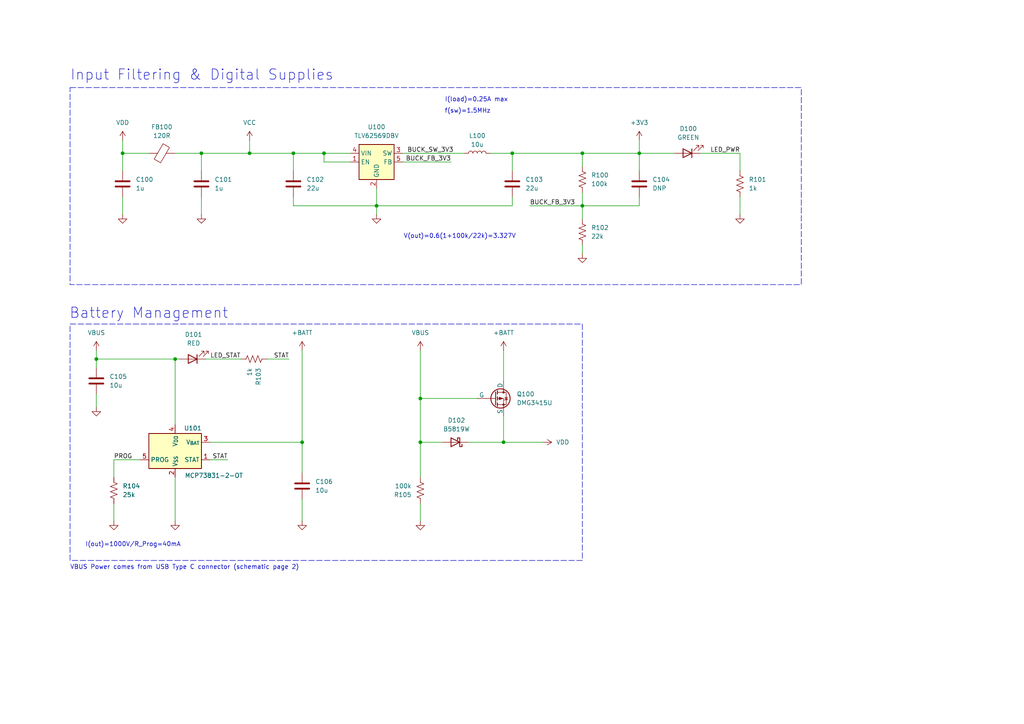
<source format=kicad_sch>
(kicad_sch (version 20231120) (generator "eeschema") (generator_version "8.0")
  (paper "A4")
  (title_block (title "Power") (date "2025-02-02") (rev "C") (company "GlideSense Pro") (comment 1 "Josue Cavazos Jr.") (comment 2 "Andrew Thomas"))
  (lib_symbols
    (symbol "Battery_Management:MCP73831-2-OT"
      (property "Reference" "U" (at -7.62 6.35 0))
      (property "Value" "MCP73831-2-OT" (at 1.27 6.35 0))
      (symbol "MCP73831-2-OT_0_1"
        (rectangle (start -7.62 5.08) (end 7.62 -5.08) (stroke (width 0.254)) (fill (type background)))
      )
      (symbol "MCP73831-2-OT_1_1"
        (pin tri_state line (at 10.16 -2.54 180) (length 2.54) (name "STAT") (number "1"))
        (pin power_in line (at 0 -7.62 90) (length 2.54) (name "V_{SS}") (number "2"))
        (pin power_out line (at 10.16 2.54 180) (length 2.54) (name "V_{BAT}") (number "3"))
        (pin power_in line (at 0 7.62 270) (length 2.54) (name "V_{DD}") (number "4"))
        (pin input line (at -10.16 -2.54 0) (length 2.54) (name "PROG") (number "5"))
      )
    )
    (symbol "Device:C" (pin_numbers hide) (pin_names (offset 0.254))
      (property "Reference" "C" (at 0.635 2.54 0))
      (property "Value" "C" (at 0.635 -2.54 0))
      (symbol "C_0_1"
        (polyline (pts (xy -2.032 -0.762) (xy 2.032 -0.762)) (stroke (width 0.508)))
        (polyline (pts (xy -2.032 0.762) (xy 2.032 0.762)) (stroke (width 0.508)))
      )
      (symbol "C_1_1"
        (pin passive line (at 0 3.81 270) (length 2.794) (name "~") (number "1"))
        (pin passive line (at 0 -3.81 90) (length 2.794) (name "~") (number "2"))
      )
    )
    (symbol "Device:D_Schottky" (pin_numbers hide) (pin_names (offset 1.016) hide)
      (property "Reference" "D" (at 0 2.54 0))
      (property "Value" "D_Schottky" (at 0 -2.54 0))
      (symbol "D_Schottky_0_1"
        (polyline (pts (xy 1.27 0) (xy -1.27 0)))
        (polyline (pts (xy 1.27 1.27) (xy 1.27 -1.27) (xy -1.27 0) (xy 1.27 1.27)) (stroke (width 0.254)))
        (polyline (pts (xy -1.905 0.635) (xy -1.905 1.27) (xy -1.27 1.27) (xy -1.27 -1.27) (xy -0.635 -1.27) (xy -0.635 -0.635)) (stroke (width 0.254)))
      )
      (symbol "D_Schottky_1_1"
        (pin passive line (at -3.81 0 0) (length 2.54) (name "K") (number "1"))
        (pin passive line (at 3.81 0 180) (length 2.54) (name "A") (number "2"))
      )
    )
    (symbol "Device:FerriteBead" (pin_numbers hide) (pin_names (offset 0))
      (property "Reference" "FB" (at -3.81 0.635 90))
      (property "Value" "FerriteBead" (at 3.81 0 90))
      (symbol "FerriteBead_0_1"
        (polyline (pts (xy 0 -1.27) (xy 0 -1.2192)))
        (polyline (pts (xy 0 1.27) (xy 0 1.2954)))
        (polyline (pts (xy -2.7686 0.4064) (xy -1.7018 2.2606) (xy 2.7686 -0.3048) (xy 1.6764 -2.159) (xy -2.7686 0.4064)))
      )
      (symbol "FerriteBead_1_1"
        (pin passive line (at 0 3.81 270) (length 2.54) (name "~") (number "1"))
        (pin passive line (at 0 -3.81 90) (length 2.54) (name "~") (number "2"))
      )
    )
    (symbol "Device:L" (pin_numbers hide) (pin_names (offset 1.016) hide)
      (property "Reference" "L" (at -1.27 0 90))
      (property "Value" "L" (at 1.905 0 90))
      (symbol "L_0_1"
        (arc (start 0 -2.54) (mid 0.6323 -1.905) (end 0 -1.27))
        (arc (start 0 -1.27) (mid 0.6323 -0.635) (end 0 0))
        (arc (start 0 0) (mid 0.6323 0.635) (end 0 1.27))
        (arc (start 0 1.27) (mid 0.6323 1.905) (end 0 2.54))
      )
      (symbol "L_1_1"
        (pin passive line (at 0 3.81 270) (length 1.27) (name "1") (number "1"))
        (pin passive line (at 0 -3.81 90) (length 1.27) (name "2") (number "2"))
      )
    )
    (symbol "Device:LED" (pin_numbers hide) (pin_names (offset 1.016) hide)
      (property "Reference" "D" (at 0 2.54 0))
      (property "Value" "LED" (at 0 -2.54 0))
      (symbol "LED_0_1"
        (polyline (pts (xy -1.27 -1.27) (xy -1.27 1.27)) (stroke (width 0.254)))
        (polyline (pts (xy -1.27 0) (xy 1.27 0)))
        (polyline (pts (xy 1.27 -1.27) (xy 1.27 1.27) (xy -1.27 0) (xy 1.27 -1.27)) (stroke (width 0.254)))
        (polyline (pts (xy -3.048 -0.762) (xy -4.572 -2.286) (xy -3.81 -2.286) (xy -4.572 -2.286) (xy -4.572 -1.524)))
        (polyline (pts (xy -1.778 -0.762) (xy -3.302 -2.286) (xy -2.54 -2.286) (xy -3.302 -2.286) (xy -3.302 -1.524)))
      )
      (symbol "LED_1_1"
        (pin passive line (at -3.81 0 0) (length 2.54) (name "K") (number "1"))
        (pin passive line (at 3.81 0 180) (length 2.54) (name "A") (number "2"))
      )
    )
    (symbol "Device:R_US" (pin_numbers hide) (pin_names (offset 0))
      (property "Reference" "R" (at 2.54 0 90))
      (property "Value" "R_US" (at -2.54 0 90))
      (symbol "R_US_0_1"
        (polyline (pts (xy 0 -2.286) (xy 0 -2.54)))
        (polyline (pts (xy 0 2.286) (xy 0 2.54)))
        (polyline (pts (xy 0 -0.762) (xy 1.016 -1.143) (xy 0 -1.524) (xy -1.016 -1.905) (xy 0 -2.286)))
        (polyline (pts (xy 0 0.762) (xy 1.016 0.381) (xy 0 0) (xy -1.016 -0.381) (xy 0 -0.762)))
        (polyline (pts (xy 0 2.286) (xy 1.016 1.905) (xy 0 1.524) (xy -1.016 1.143) (xy 0 0.762)))
      )
      (symbol "R_US_1_1"
        (pin passive line (at 0 3.81 270) (length 1.27) (name "~") (number "1"))
        (pin passive line (at 0 -3.81 90) (length 1.27) (name "~") (number "2"))
      )
    )
    (symbol "Regulator_Switching:TLV62569DBV"
      (property "Reference" "U" (at -5.08 6.35 0))
      (property "Value" "TLV62569DBV" (at 0 6.35 0))
      (symbol "TLV62569DBV_0_1"
        (rectangle (start -5.08 5.08) (end 5.08 -5.08) (stroke (width 0.254)) (fill (type background)))
      )
      (symbol "TLV62569DBV_1_1"
        (pin input line (at -7.62 0 0) (length 2.54) (name "EN") (number "1"))
        (pin power_in line (at 0 -7.62 90) (length 2.54) (name "GND") (number "2"))
        (pin power_out line (at 7.62 2.54 180) (length 2.54) (name "SW") (number "3"))
        (pin power_in line (at -7.62 2.54 0) (length 2.54) (name "VIN") (number "4"))
        (pin input line (at 7.62 0 180) (length 2.54) (name "FB") (number "5"))
      )
    )
    (symbol "Simulation_SPICE:PMOS" (pin_numbers hide) (pin_names (offset 0))
      (property "Reference" "Q" (at 5.08 1.27 0))
      (property "Value" "PMOS" (at 5.08 -1.27 0))
      (symbol "PMOS_0_1"
        (polyline (pts (xy 0.254 0) (xy -2.54 0)))
        (polyline (pts (xy 0.254 1.905) (xy 0.254 -1.905)) (stroke (width 0.254)))
        (polyline (pts (xy 0.762 -1.27) (xy 0.762 -2.286)) (stroke (width 0.254)))
        (polyline (pts (xy 0.762 0.508) (xy 0.762 -0.508)) (stroke (width 0.254)))
        (polyline (pts (xy 0.762 2.286) (xy 0.762 1.27)) (stroke (width 0.254)))
        (polyline (pts (xy 2.54 2.54) (xy 2.54 1.778)))
        (polyline (pts (xy 2.54 -2.54) (xy 2.54 0) (xy 0.762 0)))
        (polyline (pts (xy 0.762 1.778) (xy 3.302 1.778) (xy 3.302 -1.778) (xy 0.762 -1.778)))
        (polyline (pts (xy 2.286 0) (xy 1.27 0.381) (xy 1.27 -0.381) (xy 2.286 0)) (fill (type outline)))
        (polyline (pts (xy 2.794 -0.508) (xy 2.921 -0.381) (xy 3.683 -0.381) (xy 3.81 -0.254)))
        (polyline (pts (xy 3.302 -0.381) (xy 2.921 0.254) (xy 3.683 0.254) (xy 3.302 -0.381)))
        (circle (center 1.651 0) (radius 2.794) (stroke (width 0.254)))
        (circle (center 2.54 -1.778) (radius 0.254) (fill (type outline)))
        (circle (center 2.54 1.778) (radius 0.254) (fill (type outline)))
      )
      (symbol "PMOS_1_1"
        (pin passive line (at 2.54 5.08 270) (length 2.54) (name "D") (number "1"))
        (pin input line (at -5.08 0 0) (length 2.54) (name "G") (number "2"))
        (pin passive line (at 2.54 -5.08 90) (length 2.54) (name "S") (number "3"))
      )
    )
    (symbol "power:+3V3" (power) (pin_numbers hide) (pin_names (offset 0) hide)
      (property "Value" "+3V3" (at 0 3.556 0))
      (symbol "+3V3_0_1"
        (polyline (pts (xy -0.762 1.27) (xy 0 2.54)))
        (polyline (pts (xy 0 0) (xy 0 2.54)))
        (polyline (pts (xy 0 2.54) (xy 0.762 1.27)))
      )
      (symbol "+3V3_1_1"
        (pin power_in line (at 0 0 90) (length 0) (name "~") (number "1"))
      )
    )
    (symbol "power:+BATT" (power) (pin_numbers hide) (pin_names (offset 0) hide)
      (property "Value" "+BATT" (at 0 3.556 0))
      (symbol "+BATT_0_1"
        (polyline (pts (xy -0.762 1.27) (xy 0 2.54)))
        (polyline (pts (xy 0 0) (xy 0 2.54)))
        (polyline (pts (xy 0 2.54) (xy 0.762 1.27)))
      )
      (symbol "+BATT_1_1"
        (pin power_in line (at 0 0 90) (length 0) (name "~") (number "1"))
      )
    )
    (symbol "power:GND" (power) (pin_numbers hide) (pin_names (offset 0) hide)
      (property "Value" "GND" (at 0 -3.81 0))
      (symbol "GND_0_1"
        (polyline (pts (xy 0 0) (xy 0 -1.27) (xy 1.27 -1.27) (xy 0 -2.54) (xy -1.27 -1.27) (xy 0 -1.27)))
      )
      (symbol "GND_1_1"
        (pin power_in line (at 0 0 270) (length 0) (name "~") (number "1"))
      )
    )
    (symbol "power:VBUS" (power) (pin_numbers hide) (pin_names (offset 0) hide)
      (property "Value" "VBUS" (at 0 3.556 0))
      (symbol "VBUS_0_1"
        (polyline (pts (xy -0.762 1.27) (xy 0 2.54)))
        (polyline (pts (xy 0 0) (xy 0 2.54)))
        (polyline (pts (xy 0 2.54) (xy 0.762 1.27)))
      )
      (symbol "VBUS_1_1"
        (pin power_in line (at 0 0 90) (length 0) (name "~") (number "1"))
      )
    )
    (symbol "power:VCC" (power) (pin_numbers hide) (pin_names (offset 0) hide)
      (property "Value" "VCC" (at 0 3.556 0))
      (symbol "VCC_0_1"
        (polyline (pts (xy -0.762 1.27) (xy 0 2.54)))
        (polyline (pts (xy 0 0) (xy 0 2.54)))
        (polyline (pts (xy 0 2.54) (xy 0.762 1.27)))
      )
      (symbol "VCC_1_1"
        (pin power_in line (at 0 0 90) (length 0) (name "~") (number "1"))
      )
    )
    (symbol "power:VDD" (power) (pin_numbers hide) (pin_names (offset 0) hide)
      (property "Value" "VDD" (at 0 3.556 0))
      (symbol "VDD_0_1"
        (polyline (pts (xy -0.762 1.27) (xy 0 2.54)))
        (polyline (pts (xy 0 0) (xy 0 2.54)))
        (polyline (pts (xy 0 2.54) (xy 0.762 1.27)))
      )
      (symbol "VDD_1_1"
        (pin power_in line (at 0 0 90) (length 0) (name "~") (number "1"))
      )
    )
  )
  (junction (at 146.05 128.27))
  (junction (at 93.98 44.45))
  (junction (at 87.63 128.27))
  (junction (at 50.8 104.14))
  (junction (at 35.56 44.45))
  (junction (at 185.42 44.45))
  (junction (at 168.91 44.45))
  (junction (at 72.39 44.45))
  (junction (at 121.92 115.57))
  (junction (at 109.22 59.69))
  (junction (at 27.94 104.14))
  (junction (at 168.91 59.69))
  (junction (at 58.42 44.45))
  (junction (at 148.59 44.45))
  (junction (at 121.92 128.27))
  (junction (at 85.09 44.45))
  (wire (pts (xy 135.89 128.27) (xy 146.05 128.27)))
  (wire (pts (xy 148.59 49.53) (xy 148.59 44.45)))
  (wire (pts (xy 185.42 44.45) (xy 195.58 44.45)))
  (wire (pts (xy 85.09 57.15) (xy 85.09 59.69)))
  (wire (pts (xy 33.02 133.35) (xy 40.64 133.35)))
  (wire (pts (xy 168.91 59.69) (xy 168.91 63.5)))
  (wire (pts (xy 50.8 44.45) (xy 58.42 44.45)))
  (wire (pts (xy 185.42 44.45) (xy 168.91 44.45)))
  (wire (pts (xy 109.22 54.61) (xy 109.22 59.69)))
  (wire (pts (xy 60.96 128.27) (xy 87.63 128.27)))
  (wire (pts (xy 109.22 59.69) (xy 148.59 59.69)))
  (wire (pts (xy 50.8 104.14) (xy 50.8 123.19)))
  (wire (pts (xy 168.91 55.88) (xy 168.91 59.69)))
  (wire (pts (xy 85.09 49.53) (xy 85.09 44.45)))
  (wire (pts (xy 85.09 44.45) (xy 93.98 44.45)))
  (wire (pts (xy 185.42 49.53) (xy 185.42 44.45)))
  (wire (pts (xy 50.8 138.43) (xy 50.8 151.13)))
  (wire (pts (xy 77.47 104.14) (xy 83.82 104.14)))
  (wire (pts (xy 27.94 104.14) (xy 50.8 104.14)))
  (wire (pts (xy 142.24 44.45) (xy 148.59 44.45)))
  (wire (pts (xy 58.42 44.45) (xy 58.42 49.53)))
  (wire (pts (xy 109.22 59.69) (xy 109.22 62.23)))
  (wire (pts (xy 50.8 104.14) (xy 52.07 104.14)))
  (wire (pts (xy 185.42 57.15) (xy 185.42 59.69)))
  (wire (pts (xy 59.69 104.14) (xy 69.85 104.14)))
  (wire (pts (xy 214.63 57.15) (xy 214.63 62.23)))
  (wire (pts (xy 121.92 115.57) (xy 121.92 128.27)))
  (wire (pts (xy 35.56 57.15) (xy 35.56 62.23)))
  (wire (pts (xy 168.91 48.26) (xy 168.91 44.45)))
  (wire (pts (xy 185.42 40.64) (xy 185.42 44.45)))
  (wire (pts (xy 72.39 44.45) (xy 85.09 44.45)))
  (wire (pts (xy 146.05 128.27) (xy 157.48 128.27)))
  (wire (pts (xy 72.39 40.64) (xy 72.39 44.45)))
  (wire (pts (xy 153.67 59.69) (xy 168.91 59.69)))
  (wire (pts (xy 168.91 71.12) (xy 168.91 73.66)))
  (wire (pts (xy 87.63 101.6) (xy 87.63 128.27)))
  (wire (pts (xy 148.59 44.45) (xy 168.91 44.45)))
  (wire (pts (xy 60.96 133.35) (xy 66.04 133.35)))
  (wire (pts (xy 146.05 101.6) (xy 146.05 110.49)))
  (wire (pts (xy 203.2 44.45) (xy 214.63 44.45)))
  (wire (pts (xy 33.02 138.43) (xy 33.02 133.35)))
  (wire (pts (xy 85.09 59.69) (xy 109.22 59.69)))
  (wire (pts (xy 121.92 146.05) (xy 121.92 151.13)))
  (wire (pts (xy 93.98 44.45) (xy 101.6 44.45)))
  (wire (pts (xy 185.42 59.69) (xy 168.91 59.69)))
  (wire (pts (xy 27.94 114.3) (xy 27.94 118.11)))
  (wire (pts (xy 27.94 104.14) (xy 27.94 106.68)))
  (wire (pts (xy 148.59 57.15) (xy 148.59 59.69)))
  (wire (pts (xy 121.92 128.27) (xy 121.92 138.43)))
  (wire (pts (xy 146.05 120.65) (xy 146.05 128.27)))
  (wire (pts (xy 121.92 101.6) (xy 121.92 115.57)))
  (wire (pts (xy 121.92 115.57) (xy 138.43 115.57)))
  (wire (pts (xy 58.42 57.15) (xy 58.42 62.23)))
  (wire (pts (xy 87.63 128.27) (xy 87.63 137.16)))
  (wire (pts (xy 35.56 44.45) (xy 43.18 44.45)))
  (wire (pts (xy 87.63 144.78) (xy 87.63 151.13)))
  (wire (pts (xy 93.98 46.99) (xy 93.98 44.45)))
  (wire (pts (xy 27.94 101.6) (xy 27.94 104.14)))
  (wire (pts (xy 214.63 49.53) (xy 214.63 44.45)))
  (wire (pts (xy 58.42 44.45) (xy 72.39 44.45)))
  (wire (pts (xy 33.02 146.05) (xy 33.02 151.13)))
  (wire (pts (xy 121.92 128.27) (xy 128.27 128.27)))
  (wire (pts (xy 101.6 46.99) (xy 93.98 46.99)))
  (wire (pts (xy 116.84 44.45) (xy 134.62 44.45)))
  (wire (pts (xy 35.56 44.45) (xy 35.56 49.53)))
  (wire (pts (xy 35.56 40.64) (xy 35.56 44.45)))
  (wire (pts (xy 116.84 46.99) (xy 130.81 46.99)))
  (rectangle (start 20.32 25.4) (end 232.41 82.55) (stroke (width 0) (type dash)))
  (rectangle (start 20.32 93.98) (end 168.91 162.56) (stroke (width 0) (type dash)))
  (text "Battery Management" (at 20.066 90.932 0) (effects (font (size 3 3)) (justify left)))
  (text "VBUS Power comes from USB Type C connector (schematic page 2)" (at 20.32 164.592 0) (effects (font (size 1.27 1.27)) (justify left)))
  (text "V(out)=0.6(1+100k/22k)=3.327V" (at 133.35 68.58 0) (effects (font (size 1.27 1.27))))
  (text "Input Filtering & Digital Supplies" (at 20.32 21.844 0) (effects (font (size 3 3)) (justify left)))
  (text "I(load)=0.25A max" (at 138.176 28.956 0) (effects (font (size 1.27 1.27))))
  (text "I(out)=1000V/R_Prog=40mA" (at 38.608 157.988 0) (effects (font (size 1.27 1.27))))
  (text "f(sw)=1.5MHz" (at 135.636 32.258 0) (effects (font (size 1.27 1.27))))
  (label "LED_PWR" (at 214.63 44.45 180))
  (label "STAT" (at 83.82 104.14 180))
  (label "STAT" (at 66.04 133.35 180))
  (label "BUCK_SW_3V3" (at 118.11 44.45 0))
  (label "BUCK_FB_3V3" (at 130.81 46.99 180))
  (label "BUCK_FB_3V3" (at 153.67 59.69 0))
  (label "PROG" (at 33.02 133.35 0))
  (label "LED_STAT" (at 60.96 104.14 0))
  (symbol (lib_id "Device:C") (at 27.94 110.49 0) (unit 1)
    (property "Reference" "C105" (at 31.75 109.2199 0) (effects (justify left)))
    (property "Value" "10u" (at 31.75 111.7599 0) (effects (justify left)))
    (property "Footprint" "Capacitor_SMD:C_0603_1608Metric_Pad1.08x0.95mm_HandSolder" (effects (hide yes)))
    (property "Description" "Unpolarized capacitor" (effects (hide yes)))
  )
  (symbol (lib_id "Device:C") (at 185.42 53.34 0) (unit 1)
    (property "Reference" "C104" (at 189.23 52.0699 0) (effects (justify left)))
    (property "Value" "DNP" (at 189.23 54.6099 0) (effects (justify left)))
    (property "Footprint" "Capacitor_SMD:C_0603_1608Metric_Pad1.08x0.95mm_HandSolder" (effects (hide yes)))
    (property "Description" "Unpolarized capacitor" (effects (hide yes)))
  )
  (symbol (lib_id "Device:C") (at 58.42 53.34 0) (unit 1)
    (property "Reference" "C101" (at 62.23 52.0699 0) (effects (justify left)))
    (property "Value" "1u" (at 62.23 54.6099 0) (effects (justify left)))
    (property "Footprint" "Capacitor_SMD:C_0603_1608Metric_Pad1.08x0.95mm_HandSolder" (effects (hide yes)))
    (property "Description" "Unpolarized capacitor" (effects (hide yes)))
  )
  (symbol (lib_id "Device:R_US") (at 168.91 52.07 0) (unit 1)
    (property "Reference" "R100" (at 171.45 50.7999 0) (effects (justify left)))
    (property "Value" "100k" (at 171.45 53.3399 0) (effects (justify left)))
    (property "Footprint" "Resistor_SMD:R_0603_1608Metric_Pad0.98x0.95mm_HandSolder" (effects (hide yes)))
    (property "Description" "Resistor, US symbol" (effects (hide yes)))
  )
  (symbol (lib_id "Device:FerriteBead") (at 46.99 44.45 90) (unit 1)
    (property "Reference" "FB100" (at 46.9392 36.83 90))
    (property "Value" "120R" (at 46.9392 39.37 90))
    (property "Footprint" "Inductor_SMD:L_0603_1608Metric_Pad1.05x0.95mm_HandSolder" (effects (hide yes)))
    (property "Description" "Ferrite bead" (effects (hide yes)))
  )
  (symbol (lib_id "power:GND") (at 50.8 151.13 0) (unit 1)
    (property "Reference" "#PWR0115" (effects (hide yes)))
    (property "Value" "GND" (effects (hide yes)))
    (property "Description" "Power symbol creates a global label with name \"GND\" , ground" (effects (hide yes)))
  )
  (symbol (lib_id "power:GND") (at 214.63 62.23 0) (unit 1)
    (property "Reference" "#PWR0106" (effects (hide yes)))
    (property "Value" "GND" (effects (hide yes)))
    (property "Description" "Power symbol creates a global label with name \"GND\" , ground" (effects (hide yes)))
  )
  (symbol (lib_id "Device:LED") (at 55.88 104.14 180) (unit 1)
    (property "Reference" "D101" (at 56.134 97.028 0))
    (property "Value" "RED" (at 56.134 99.568 0))
    (property "Footprint" "LED_SMD:LED_0603_1608Metric_Pad1.05x0.95mm_HandSolder" (effects (hide yes)))
    (property "Description" "Light emitting diode" (effects (hide yes)))
  )
  (symbol (lib_id "Device:R_US") (at 214.63 53.34 0) (unit 1)
    (property "Reference" "R101" (at 217.17 52.0699 0) (effects (justify left)))
    (property "Value" "1k" (at 217.17 54.6099 0) (effects (justify left)))
    (property "Footprint" "Resistor_SMD:R_0603_1608Metric_Pad0.98x0.95mm_HandSolder" (effects (hide yes)))
    (property "Description" "Resistor, US symbol" (effects (hide yes)))
  )
  (symbol (lib_id "Regulator_Switching:TLV62569DBV") (at 109.22 46.99 0) (unit 1)
    (property "Reference" "U100" (at 109.22 36.83 0))
    (property "Value" "TLV62569DBV" (at 109.22 39.37 0))
    (property "Footprint" "Package_TO_SOT_SMD:SOT-23-5" (effects (hide yes)))
    (property "Datasheet" "http://www.ti.com/lit/ds/symlink/tlv62569.pdf" (effects (hide yes)))
    (property "Description" "High Efficiency Synchronous Buck Converter, Adjustable Output 0.6V-5.5V, 2A, SOT-23-5" (effects (hide yes)))
  )
  (symbol (lib_id "Device:C") (at 87.63 140.97 0) (unit 1)
    (property "Reference" "C106" (at 91.44 139.6999 0) (effects (justify left)))
    (property "Value" "10u" (at 91.44 142.2399 0) (effects (justify left)))
    (property "Footprint" "Capacitor_SMD:C_0603_1608Metric_Pad1.08x0.95mm_HandSolder" (effects (hide yes)))
    (property "Description" "Unpolarized capacitor" (effects (hide yes)))
  )
  (symbol (lib_id "power:GND") (at 35.56 62.23 0) (unit 1)
    (property "Reference" "#PWR0103" (effects (hide yes)))
    (property "Value" "GND" (effects (hide yes)))
    (property "Description" "Power symbol creates a global label with name \"GND\" , ground" (effects (hide yes)))
  )
  (symbol (lib_id "Device:C") (at 85.09 53.34 0) (unit 1)
    (property "Reference" "C102" (at 88.9 52.0699 0) (effects (justify left)))
    (property "Value" "22u" (at 88.9 54.6099 0) (effects (justify left)))
    (property "Footprint" "Capacitor_SMD:C_0805_2012Metric_Pad1.18x1.45mm_HandSolder" (effects (hide yes)))
    (property "Description" "Unpolarized capacitor" (effects (hide yes)))
  )
  (symbol (lib_id "power:VBUS") (at 27.94 101.6 0) (unit 1)
    (property "Reference" "#PWR0108" (effects (hide yes)))
    (property "Value" "VBUS" (at 27.94 96.52 0))
    (property "Description" "Power symbol creates a global label with name \"VBUS\"" (effects (hide yes)))
  )
  (symbol (lib_id "power:GND") (at 33.02 151.13 0) (unit 1)
    (property "Reference" "#PWR0114" (effects (hide yes)))
    (property "Value" "GND" (effects (hide yes)))
    (property "Description" "Power symbol creates a global label with name \"GND\" , ground" (effects (hide yes)))
  )
  (symbol (lib_id "power:VDD") (at 157.48 128.27 270) (unit 1)
    (property "Reference" "#PWR0113" (effects (hide yes)))
    (property "Value" "VDD" (at 161.29 128.2699 90) (effects (justify left)))
    (property "Description" "Power symbol creates a global label with name \"VDD\"" (effects (hide yes)))
  )
  (symbol (lib_id "Device:R_US") (at 121.92 142.24 180) (unit 1)
    (property "Reference" "R105" (at 119.38 143.5101 0) (effects (justify left)))
    (property "Value" "100k" (at 119.38 140.9701 0) (effects (justify left)))
    (property "Footprint" "Resistor_SMD:R_0603_1608Metric_Pad0.98x0.95mm_HandSolder" (effects (hide yes)))
    (property "Description" "Resistor, US symbol" (effects (hide yes)))
  )
  (symbol (lib_id "power:GND") (at 121.92 151.13 0) (unit 1)
    (property "Reference" "#PWR0117" (effects (hide yes)))
    (property "Value" "GND" (effects (hide yes)))
    (property "Description" "Power symbol creates a global label with name \"GND\" , ground" (effects (hide yes)))
  )
  (symbol (lib_id "power:VDD") (at 35.56 40.64 0) (unit 1)
    (property "Reference" "#PWR0100" (effects (hide yes)))
    (property "Value" "VDD" (at 35.56 35.56 0))
    (property "Description" "Power symbol creates a global label with name \"VDD\"" (effects (hide yes)))
  )
  (symbol (lib_id "power:GND") (at 109.22 62.23 0) (unit 1)
    (property "Reference" "#PWR0105" (effects (hide yes)))
    (property "Value" "GND" (effects (hide yes)))
    (property "Description" "Power symbol creates a global label with name \"GND\" , ground" (effects (hide yes)))
  )
  (symbol (lib_id "power:GND") (at 168.91 73.66 0) (unit 1)
    (property "Reference" "#PWR0107" (effects (hide yes)))
    (property "Value" "GND" (effects (hide yes)))
    (property "Description" "Power symbol creates a global label with name \"GND\" , ground" (effects (hide yes)))
  )
  (symbol (lib_id "Device:LED") (at 199.39 44.45 180) (unit 1)
    (property "Reference" "D100" (at 199.644 37.338 0))
    (property "Value" "GREEN" (at 199.644 39.878 0))
    (property "Footprint" "LED_SMD:LED_0603_1608Metric_Pad1.05x0.95mm_HandSolder" (effects (hide yes)))
    (property "Description" "Light emitting diode" (effects (hide yes)))
  )
  (symbol (lib_id "power:+BATT") (at 87.63 101.6 0) (unit 1)
    (property "Reference" "#PWR0109" (effects (hide yes)))
    (property "Value" "+BATT" (at 87.63 96.52 0))
    (property "Description" "Power symbol creates a global label with name \"+BATT\"" (effects (hide yes)))
  )
  (symbol (lib_id "Device:L") (at 138.43 44.45 90) (unit 1)
    (property "Reference" "L100" (at 138.43 39.37 90))
    (property "Value" "10u" (at 138.43 41.91 90))
    (property "Footprint" "Power Inductor:IND_VLS4015CX-100M-H" (effects (hide yes)))
    (property "Description" "Inductor" (effects (hide yes)))
  )
  (symbol (lib_id "Device:C") (at 35.56 53.34 0) (unit 1)
    (property "Reference" "C100" (at 39.37 52.0699 0) (effects (justify left)))
    (property "Value" "1u" (at 39.37 54.6099 0) (effects (justify left)))
    (property "Footprint" "Capacitor_SMD:C_0603_1608Metric_Pad1.08x0.95mm_HandSolder" (effects (hide yes)))
    (property "Description" "Unpolarized capacitor" (effects (hide yes)))
  )
  (symbol (lib_id "power:GND") (at 27.94 118.11 0) (unit 1)
    (property "Reference" "#PWR0112" (effects (hide yes)))
    (property "Value" "GND" (effects (hide yes)))
    (property "Description" "Power symbol creates a global label with name \"GND\" , ground" (effects (hide yes)))
  )
  (symbol (lib_id "Device:R_US") (at 168.91 67.31 0) (unit 1)
    (property "Reference" "R102" (at 171.45 66.0399 0) (effects (justify left)))
    (property "Value" "22k" (at 171.45 68.5799 0) (effects (justify left)))
    (property "Footprint" "Resistor_SMD:R_0603_1608Metric_Pad0.98x0.95mm_HandSolder" (effects (hide yes)))
    (property "Description" "Resistor, US symbol" (effects (hide yes)))
  )
  (symbol (lib_id "Simulation_SPICE:PMOS") (at 143.51 115.57 0) (unit 1)
    (property "Reference" "Q100" (at 149.86 114.2999 0) (effects (justify left)))
    (property "Value" "DMG3415U" (at 149.86 116.8399 0) (effects (justify left)))
    (property "Footprint" "Package_TO_SOT_SMD:SOT-23" (effects (hide yes)))
    (property "Datasheet" "https://ngspice.sourceforge.io/docs/ngspice-html-manual/manual.xhtml#cha_MOSFETs" (effects (hide yes)))
    (property "Description" "P-MOSFET transistor, drain/source/gate" (effects (hide yes)))
    (property "Sim.Device" "PMOS" (effects (hide yes)))
    (property "Sim.Type" "VDMOS" (effects (hide yes)))
    (property "Sim.Pins" "1=D 2=G 3=S" (effects (hide yes)))
  )
  (symbol (lib_id "Device:C") (at 148.59 53.34 0) (unit 1)
    (property "Reference" "C103" (at 152.4 52.0699 0) (effects (justify left)))
    (property "Value" "22u" (at 152.4 54.6099 0) (effects (justify left)))
    (property "Footprint" "Capacitor_SMD:C_0805_2012Metric_Pad1.18x1.45mm_HandSolder" (effects (hide yes)))
    (property "Description" "Unpolarized capacitor" (effects (hide yes)))
  )
  (symbol (lib_id "power:VCC") (at 72.39 40.64 0) (unit 1)
    (property "Reference" "#PWR0101" (effects (hide yes)))
    (property "Value" "VCC" (at 72.39 35.56 0))
    (property "Description" "Power symbol creates a global label with name \"VCC\"" (effects (hide yes)))
  )
  (symbol (lib_id "power:GND") (at 58.42 62.23 0) (unit 1)
    (property "Reference" "#PWR0104" (effects (hide yes)))
    (property "Value" "GND" (effects (hide yes)))
    (property "Description" "Power symbol creates a global label with name \"GND\" , ground" (effects (hide yes)))
  )
  (symbol (lib_id "Device:D_Schottky") (at 132.08 128.27 180) (unit 1)
    (property "Reference" "D102" (at 132.3975 121.92 0))
    (property "Value" "B5819W" (at 132.3975 124.46 0))
    (property "Footprint" "Diode_SMD:D_SOD-123" (effects (hide yes)))
    (property "Description" "Schottky diode" (effects (hide yes)))
  )
  (symbol (lib_id "Device:R_US") (at 73.66 104.14 270) (unit 1)
    (property "Reference" "R103" (at 74.9301 106.68 0) (effects (justify left)))
    (property "Value" "1k" (at 72.3901 106.68 0) (effects (justify left)))
    (property "Footprint" "Resistor_SMD:R_0603_1608Metric_Pad0.98x0.95mm_HandSolder" (effects (hide yes)))
    (property "Description" "Resistor, US symbol" (effects (hide yes)))
  )
  (symbol (lib_id "Battery_Management:MCP73831-2-OT") (at 50.8 130.81 0) (unit 1)
    (property "Reference" "U101" (at 53.34 124.206 0) (effects (justify left)))
    (property "Value" "MCP73831-2-OT" (at 53.594 137.922 0) (effects (justify left)))
    (property "Footprint" "Package_TO_SOT_SMD:SOT-23-5" (effects (hide yes)))
    (property "Datasheet" "http://ww1.microchip.com/downloads/en/DeviceDoc/20001984g.pdf" (effects (hide yes)))
    (property "Description" "Single cell, Li-Ion/Li-Po charge management controller, 4.20V, Tri-State Status Output, in SOT23-5 package" (effects (hide yes)))
  )
  (symbol (lib_id "power:GND") (at 87.63 151.13 0) (unit 1)
    (property "Reference" "#PWR0116" (effects (hide yes)))
    (property "Value" "GND" (effects (hide yes)))
    (property "Description" "Power symbol creates a global label with name \"GND\" , ground" (effects (hide yes)))
  )
  (symbol (lib_id "power:+BATT") (at 146.05 101.6 0) (unit 1)
    (property "Reference" "#PWR0111" (effects (hide yes)))
    (property "Value" "+BATT" (at 146.05 96.52 0))
    (property "Description" "Power symbol creates a global label with name \"+BATT\"" (effects (hide yes)))
  )
  (symbol (lib_id "power:VBUS") (at 121.92 101.6 0) (unit 1)
    (property "Reference" "#PWR0110" (effects (hide yes)))
    (property "Value" "VBUS" (at 121.92 96.52 0))
    (property "Description" "Power symbol creates a global label with name \"VBUS\"" (effects (hide yes)))
  )
  (symbol (lib_id "power:+3V3") (at 185.42 40.64 0) (unit 1)
    (property "Reference" "#PWR0102" (effects (hide yes)))
    (property "Value" "+3V3" (at 185.42 35.56 0))
    (property "Description" "Power symbol creates a global label with name \"+3V3\"" (effects (hide yes)))
  )
  (symbol (lib_id "Device:R_US") (at 33.02 142.24 0) (unit 1)
    (property "Reference" "R104" (at 35.56 140.9699 0) (effects (justify left)))
    (property "Value" "25k" (at 35.56 143.5099 0) (effects (justify left)))
    (property "Footprint" "Resistor_SMD:R_0603_1608Metric_Pad0.98x0.95mm_HandSolder" (effects (hide yes)))
    (property "Description" "Resistor, US symbol" (effects (hide yes)))
  )
)
</source>
